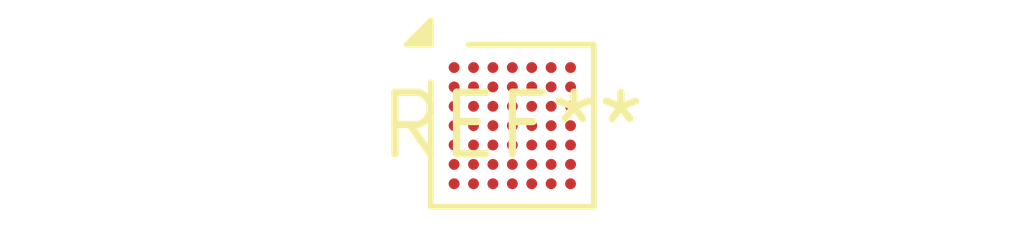
<source format=kicad_pcb>
(kicad_pcb (version 20240108) (generator pcbnew)
  (layers (0 "F.Cu" signal) (31 "B.Cu" signal) (34 "B.Paste" user) (35 "F.Paste" user) (36 "B.SilkS" user "B.Silkscreen") (37 "F.SilkS" user "F.Silkscreen") (38 "B.Mask" user) (39 "F.Mask" user) (44 "Edge.Cuts" user))
  (net 0 "")
  (footprint "ST_WLCSP-49_Die435" (layer "F.Cu") (at 0 0)
    (property "Reference" "REF**")
    (property "Value" "ST_WLCSP-49_Die435")
    (fp_line (start -1.6805 1.6735) (end -1.6805 -0.89175) (layer "F.SilkS") (stroke (width 0.12)))
    (fp_line (start -0.89875 -1.6735) (end 1.6805 -1.6735) (layer "F.SilkS") (stroke (width 0.12)))
    (fp_line (start 1.6805 -1.6735) (end 1.6805 1.6735) (layer "F.SilkS") (stroke (width 0.12)))
    (fp_line (start 1.6805 1.6735) (end -1.6805 1.6735) (layer "F.SilkS") (stroke (width 0.12)))
    (fp_poly (pts (xy -1.6805 -1.6735) (xy -2.1805 -1.6735) (xy -1.6805 -2.1735) (xy -1.6805 -1.6735)) (layer "F.SilkS") (stroke (width 0.12)) (fill solid))
    (pad "A1" smd circle (at -1.2 -1.2) (size 0.225 0.225) (property pad_prop_bga) (layers "F.Cu" "F.Paste" "F.Mask"))
    (pad "A2" smd circle (at -0.8 -1.2) (size 0.225 0.225) (property pad_prop_bga) (layers "F.Cu" "F.Paste" "F.Mask"))
    (pad "A3" smd circle (at -0.4 -1.2) (size 0.225 0.225) (property pad_prop_bga) (layers "F.Cu" "F.Paste" "F.Mask"))
    (pad "A4" smd circle (at 0 -1.2) (size 0.225 0.225) (property pad_prop_bga) (layers "F.Cu" "F.Paste" "F.Mask"))
    (pad "A5" smd circle (at 0.4 -1.2) (size 0.225 0.225) (property pad_prop_bga) (layers "F.Cu" "F.Paste" "F.Mask"))
    (pad "A6" smd circle (at 0.8 -1.2) (size 0.225 0.225) (property pad_prop_bga) (layers "F.Cu" "F.Paste" "F.Mask"))
    (pad "A7" smd circle (at 1.2 -1.2) (size 0.225 0.225) (property pad_prop_bga) (layers "F.Cu" "F.Paste" "F.Mask"))
    (pad "B1" smd circle (at -1.2 -0.8) (size 0.225 0.225) (property pad_prop_bga) (layers "F.Cu" "F.Paste" "F.Mask"))
    (pad "B2" smd circle (at -0.8 -0.8) (size 0.225 0.225) (property pad_prop_bga) (layers "F.Cu" "F.Paste" "F.Mask"))
    (pad "B3" smd circle (at -0.4 -0.8) (size 0.225 0.225) (property pad_prop_bga) (layers "F.Cu" "F.Paste" "F.Mask"))
    (pad "B4" smd circle (at 0 -0.8) (size 0.225 0.225) (property pad_prop_bga) (layers "F.Cu" "F.Paste" "F.Mask"))
    (pad "B5" smd circle (at 0.4 -0.8) (size 0.225 0.225) (property pad_prop_bga) (layers "F.Cu" "F.Paste" "F.Mask"))
    (pad "B6" smd circle (at 0.8 -0.8) (size 0.225 0.225) (property pad_prop_bga) (layers "F.Cu" "F.Paste" "F.Mask"))
    (pad "B7" smd circle (at 1.2 -0.8) (size 0.225 0.225) (property pad_prop_bga) (layers "F.Cu" "F.Paste" "F.Mask"))
    (pad "C1" smd circle (at -1.2 -0.4) (size 0.225 0.225) (property pad_prop_bga) (layers "F.Cu" "F.Paste" "F.Mask"))
    (pad "C2" smd circle (at -0.8 -0.4) (size 0.225 0.225) (property pad_prop_bga) (layers "F.Cu" "F.Paste" "F.Mask"))
    (pad "C3" smd circle (at -0.4 -0.4) (size 0.225 0.225) (property pad_prop_bga) (layers "F.Cu" "F.Paste" "F.Mask"))
    (pad "C4" smd circle (at 0 -0.4) (size 0.225 0.225) (property pad_prop_bga) (layers "F.Cu" "F.Paste" "F.Mask"))
    (pad "C5" smd circle (at 0.4 -0.4) (size 0.225 0.225) (property pad_prop_bga) (layers "F.Cu" "F.Paste" "F.Mask"))
    (pad "C6" smd circle (at 0.8 -0.4) (size 0.225 0.225) (property pad_prop_bga) (layers "F.Cu" "F.Paste" "F.Mask"))
    (pad "C7" smd circle (at 1.2 -0.4) (size 0.225 0.225) (property pad_prop_bga) (layers "F.Cu" "F.Paste" "F.Mask"))
    (pad "D1" smd circle (at -1.2 0) (size 0.225 0.225) (property pad_prop_bga) (layers "F.Cu" "F.Paste" "F.Mask"))
    (pad "D2" smd circle (at -0.8 0) (size 0.225 0.225) (property pad_prop_bga) (layers "F.Cu" "F.Paste" "F.Mask"))
    (pad "D3" smd circle (at -0.4 0) (size 0.225 0.225) (property pad_prop_bga) (layers "F.Cu" "F.Paste" "F.Mask"))
    (pad "D4" smd circle (at 0 0) (size 0.225 0.225) (property pad_prop_bga) (layers "F.Cu" "F.Paste" "F.Mask"))
    (pad "D5" smd circle (at 0.4 0) (size 0.225 0.225) (property pad_prop_bga) (layers "F.Cu" "F.Paste" "F.Mask"))
    (pad "D6" smd circle (at 0.8 0) (size 0.225 0.225) (property pad_prop_bga) (layers "F.Cu" "F.Paste" "F.Mask"))
    (pad "D7" smd circle (at 1.2 0) (size 0.225 0.225) (property pad_prop_bga) (layers "F.Cu" "F.Paste" "F.Mask"))
    (pad "E1" smd circle (at -1.2 0.4) (size 0.225 0.225) (property pad_prop_bga) (layers "F.Cu" "F.Paste" "F.Mask"))
    (pad "E2" smd circle (at -0.8 0.4) (size 0.225 0.225) (property pad_prop_bga) (layers "F.Cu" "F.Paste" "F.Mask"))
    (pad "E3" smd circle (at -0.4 0.4) (size 0.225 0.225) (property pad_prop_bga) (layers "F.Cu" "F.Paste" "F.Mask"))
    (pad "E4" smd circle (at 0 0.4) (size 0.225 0.225) (property pad_prop_bga) (layers "F.Cu" "F.Paste" "F.Mask"))
    (pad "E5" smd circle (at 0.4 0.4) (size 0.225 0.225) (property pad_prop_bga) (layers "F.Cu" "F.Paste" "F.Mask"))
    (pad "E6" smd circle (at 0.8 0.4) (size 0.225 0.225) (property pad_prop_bga) (layers "F.Cu" "F.Paste" "F.Mask"))
    (pad "E7" smd circle (at 1.2 0.4) (size 0.225 0.225) (property pad_prop_bga) (layers "F.Cu" "F.Paste" "F.Mask"))
    (pad "F1" smd circle (at -1.2 0.8) (size 0.225 0.225) (property pad_prop_bga) (layers "F.Cu" "F.Paste" "F.Mask"))
    (pad "F2" smd circle (at -0.8 0.8) (size 0.225 0.225) (property pad_prop_bga) (layers "F.Cu" "F.Paste" "F.Mask"))
    (pad "F3" smd circle (at -0.4 0.8) (size 0.225 0.225) (property pad_prop_bga) (layers "F.Cu" "F.Paste" "F.Mask"))
    (pad "F4" smd circle (at 0 0.8) (size 0.225 0.225) (property pad_prop_bga) (layers "F.Cu" "F.Paste" "F.Mask"))
    (pad "F5" smd circle (at 0.4 0.8) (size 0.225 0.225) (property pad_prop_bga) (layers "F.Cu" "F.Paste" "F.Mask"))
    (pad "F6" smd circle (at 0.8 0.8) (size 0.225 0.225) (property pad_prop_bga) (layers "F.Cu" "F.Paste" "F.Mask"))
    (pad "F7" smd circle (at 1.2 0.8) (size 0.225 0.225) (property pad_prop_bga) (layers "F.Cu" "F.Paste" "F.Mask"))
    (pad "G1" smd circle (at -1.2 1.2) (size 0.225 0.225) (property pad_prop_bga) (layers "F.Cu" "F.Paste" "F.Mask"))
    (pad "G2" smd circle (at -0.8 1.2) (size 0.225 0.225) (property pad_prop_bga) (layers "F.Cu" "F.Paste" "F.Mask"))
    (pad "G3" smd circle (at -0.4 1.2) (size 0.225 0.225) (property pad_prop_bga) (layers "F.Cu" "F.Paste" "F.Mask"))
    (pad "G4" smd circle (at 0 1.2) (size 0.225 0.225) (property pad_prop_bga) (layers "F.Cu" "F.Paste" "F.Mask"))
    (pad "G5" smd circle (at 0.4 1.2) (size 0.225 0.225) (property pad_prop_bga) (layers "F.Cu" "F.Paste" "F.Mask"))
    (pad "G6" smd circle (at 0.8 1.2) (size 0.225 0.225) (property pad_prop_bga) (layers "F.Cu" "F.Paste" "F.Mask"))
    (pad "G7" smd circle (at 1.2 1.2) (size 0.225 0.225) (property pad_prop_bga) (layers "F.Cu" "F.Paste" "F.Mask"))
  )
)
</source>
